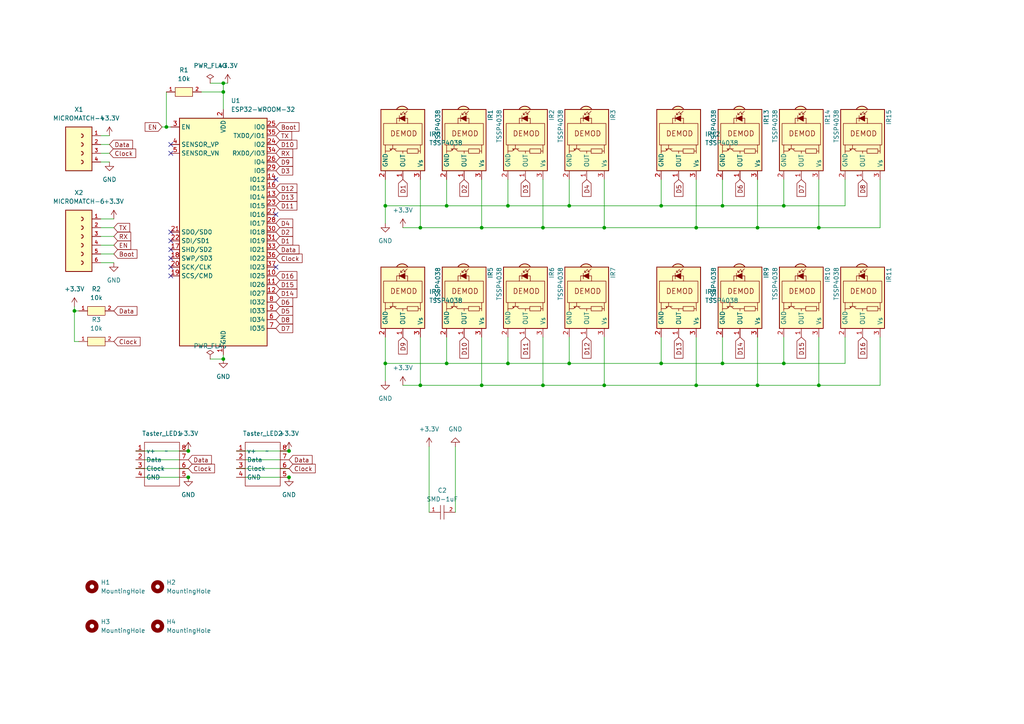
<source format=kicad_sch>
(kicad_sch (version 20230121) (generator eeschema)
  (paper "A4")
  (lib_symbols
    (symbol "Bohlebots:+3.3V" (power) (pin_names (offset 0))
      (property "Value" "+3.3V" (at 0 3.556 0))
      (symbol "+3.3V_0_1"
        (polyline (pts (xy -0.762 1.27) (xy 0 2.54)))
        (polyline (pts (xy 0 0) (xy 0 2.54)))
        (polyline (pts (xy 0 2.54) (xy 0.762 1.27)))
      )
      (symbol "+3.3V_1_1"
        (pin power_in line (at 0 0 90) (length 0) hide (name "+3.3V") (number "1"))
      )
    )
    (symbol "Bohlebots:ESP32-WROOM-32_discontinued"
      (property "Reference" "U1" (at 1.9559 38.1 0))
      (property "Value" "ESP32-WROOM-32" (at 1.9559 35.56 0))
      (symbol "ESP32-WROOM-32_discontinued_0_1"
        (rectangle (start -12.7 33.02) (end 12.7 -33.02) (stroke (width 0.254)) (fill (type background)))
      )
      (symbol "ESP32-WROOM-32_discontinued_1_1"
        (pin power_in line (at 0 -35.56 90) (length 2.54) (name "GND") (number "1"))
        (pin bidirectional line (at 15.24 -12.7 180) (length 2.54) (name "IO25") (number "10"))
        (pin bidirectional line (at 15.24 -15.24 180) (length 2.54) (name "IO26") (number "11"))
        (pin bidirectional line (at 15.24 -17.78 180) (length 2.54) (name "IO27") (number "12"))
        (pin bidirectional line (at 15.24 10.16 180) (length 2.54) (name "IO14") (number "13"))
        (pin bidirectional line (at 15.24 15.24 180) (length 2.54) (name "IO12") (number "14"))
        (pin passive line (at 0 -35.56 90) (length 2.54) hide (name "GND") (number "15"))
        (pin bidirectional line (at 15.24 12.7 180) (length 2.54) (name "IO13") (number "16"))
        (pin bidirectional line (at -15.24 -5.08 0) (length 2.54) (name "SHD/SD2") (number "17"))
        (pin bidirectional line (at -15.24 -7.62 0) (length 2.54) (name "SWP/SD3") (number "18"))
        (pin bidirectional line (at -15.24 -12.7 0) (length 2.54) (name "SCS/CMD") (number "19"))
        (pin power_in line (at 0 35.56 270) (length 2.54) (name "VDD") (number "2"))
        (pin bidirectional line (at -15.24 -10.16 0) (length 2.54) (name "SCK/CLK") (number "20"))
        (pin bidirectional line (at -15.24 0 0) (length 2.54) (name "SDO/SD0") (number "21"))
        (pin bidirectional line (at -15.24 -2.54 0) (length 2.54) (name "SDI/SD1") (number "22"))
        (pin bidirectional line (at 15.24 7.62 180) (length 2.54) (name "IO15") (number "23"))
        (pin bidirectional line (at 15.24 25.4 180) (length 2.54) (name "IO2") (number "24"))
        (pin bidirectional line (at 15.24 30.48 180) (length 2.54) (name "IO0") (number "25"))
        (pin bidirectional line (at 15.24 20.32 180) (length 2.54) (name "IO4") (number "26"))
        (pin bidirectional line (at 15.24 5.08 180) (length 2.54) (name "IO16") (number "27"))
        (pin bidirectional line (at 15.24 2.54 180) (length 2.54) (name "IO17") (number "28"))
        (pin bidirectional line (at 15.24 17.78 180) (length 2.54) (name "IO5") (number "29"))
        (pin input line (at -15.24 30.48 0) (length 2.54) (name "EN") (number "3"))
        (pin bidirectional line (at 15.24 0 180) (length 2.54) (name "IO18") (number "30"))
        (pin bidirectional line (at 15.24 -2.54 180) (length 2.54) (name "IO19") (number "31"))
        (pin no_connect line (at -12.7 -27.94 0) (length 2.54) hide (name "NC") (number "32"))
        (pin bidirectional line (at 15.24 -5.08 180) (length 2.54) (name "IO21") (number "33"))
        (pin bidirectional line (at 15.24 22.86 180) (length 2.54) (name "RXD0/IO3") (number "34"))
        (pin bidirectional line (at 15.24 27.94 180) (length 2.54) (name "TXD0/IO1") (number "35"))
        (pin bidirectional line (at 15.24 -7.62 180) (length 2.54) (name "IO22") (number "36"))
        (pin bidirectional line (at 15.24 -10.16 180) (length 2.54) (name "IO23") (number "37"))
        (pin passive line (at 0 -35.56 90) (length 2.54) hide (name "GND") (number "38"))
        (pin passive line (at 0 -35.56 90) (length 2.54) hide (name "GND") (number "39"))
        (pin input line (at -15.24 25.4 0) (length 2.54) (name "SENSOR_VP") (number "4"))
        (pin input line (at -15.24 22.86 0) (length 2.54) (name "SENSOR_VN") (number "5"))
        (pin input line (at 15.24 -25.4 180) (length 2.54) (name "IO34") (number "6"))
        (pin input line (at 15.24 -27.94 180) (length 2.54) (name "IO35") (number "7"))
        (pin bidirectional line (at 15.24 -20.32 180) (length 2.54) (name "IO32") (number "8"))
        (pin bidirectional line (at 15.24 -22.86 180) (length 2.54) (name "IO33") (number "9"))
      )
    )
    (symbol "Bohlebots:GND" (power) (pin_names (offset 0))
      (property "Value" "GND" (at 0 -3.81 0))
      (symbol "GND_0_1"
        (polyline (pts (xy 0 0) (xy 0 -1.27) (xy 1.27 -1.27) (xy 0 -2.54) (xy -1.27 -1.27) (xy 0 -1.27)))
      )
      (symbol "GND_1_1"
        (pin power_in line (at 0 0 270) (length 0) hide (name "GND") (number "1"))
      )
    )
    (symbol "Bohlebots:MICROMATCH-4" (pin_names (offset 1.016))
      (property "Reference" "X1" (at -1.27 7.62 0))
      (property "Value" "MICROMATCH-4" (at -1.27 5.08 0))
      (symbol "MICROMATCH-4_0_0"
        (rectangle (start -5.08 -10.16) (end 2.54 2.54) (stroke (width 0.254)) (fill (type background)))
        (arc (start -0.508 -8.128) (mid -0.0022 -7.62) (end -0.508 -7.112) (stroke (width 0.254)))
        (arc (start -0.508 -5.588) (mid -0.0022 -5.08) (end -0.508 -4.572) (stroke (width 0.254)))
        (arc (start -0.508 -3.048) (mid -0.0022 -2.54) (end -0.508 -2.032) (stroke (width 0.254)))
        (arc (start -0.508 -0.508) (mid -0.0022 0) (end -0.508 0.508) (stroke (width 0.254)))
        (pin bidirectional line (at 5.08 -2.54 180) (length 2.54) (name "~") (number "2"))
        (pin bidirectional line (at 5.08 -5.08 180) (length 2.54) (name "~") (number "3"))
      )
      (symbol "MICROMATCH-4_1_0"
        (pin unspecified line (at 5.08 0 180) (length 2.54) (name "~") (number "1"))
        (pin unspecified line (at 5.08 -7.62 180) (length 2.54) (name "~") (number "4"))
      )
    )
    (symbol "Bohlebots:MICROMATCH-6" (pin_names (offset 1.016))
      (property "Reference" "X2" (at -1.27 10.16 0))
      (property "Value" "MICROMATCH-6" (at -1.27 7.62 0))
      (symbol "MICROMATCH-6_0_0"
        (rectangle (start -5.08 -12.7) (end 2.54 5.08) (stroke (width 0.254)) (fill (type background)))
        (arc (start -0.508 -10.668) (mid -0.0022 -10.16) (end -0.508 -9.652) (stroke (width 0.254)))
        (arc (start -0.508 -8.128) (mid -0.0022 -7.62) (end -0.508 -7.112) (stroke (width 0.254)))
        (arc (start -0.508 -5.588) (mid -0.0022 -5.08) (end -0.508 -4.572) (stroke (width 0.254)))
        (arc (start -0.508 -3.048) (mid -0.0022 -2.54) (end -0.508 -2.032) (stroke (width 0.254)))
        (arc (start -0.508 -0.508) (mid -0.0022 0) (end -0.508 0.508) (stroke (width 0.254)))
        (arc (start -0.508 2.032) (mid -0.0022 2.54) (end -0.508 3.048) (stroke (width 0.254)))
        (pin bidirectional line (at 5.08 0 180) (length 2.54) (name "~") (number "2"))
        (pin bidirectional line (at 5.08 -2.54 180) (length 2.54) (name "~") (number "3"))
        (pin bidirectional line (at 5.08 -5.08 180) (length 2.54) (name "~") (number "4"))
        (pin bidirectional line (at 5.08 -7.62 180) (length 2.54) (name "~") (number "5"))
      )
      (symbol "MICROMATCH-6_1_0"
        (pin unspecified line (at 5.08 2.54 180) (length 2.54) (name "~") (number "1"))
        (pin unspecified line (at 5.08 -10.16 180) (length 2.54) (name "~") (number "6"))
      )
    )
    (symbol "Bohlebots:MountingHole" (pin_names (offset 1.016))
      (property "Reference" "H" (at 0 5.08 0))
      (property "Value" "MountingHole" (at 0 3.175 0))
      (symbol "MountingHole_0_1"
        (circle (center 0 0) (radius 1.27) (stroke (width 1.27)))
      )
    )
    (symbol "Bohlebots:PWR_FLAG" (power) (pin_numbers hide) (pin_names (offset 0) hide)
      (property "Value" "PWR_FLAG" (at 0 3.81 0))
      (symbol "PWR_FLAG_0_0"
        (pin power_out line (at 0 0 90) (length 0) (name "pwr") (number "1"))
      )
      (symbol "PWR_FLAG_0_1"
        (polyline (pts (xy 0 0) (xy 0 1.27) (xy -1.016 1.905) (xy 0 2.54) (xy 1.016 1.905) (xy 0 1.27)))
      )
    )
    (symbol "Bohlebots:SMD-10K" (pin_names hide)
      (property "Reference" "R" (at 0 1.27 0))
      (property "Value" "SMD-10K" (at 0 -2.54 0))
      (symbol "SMD-10K_0_1"
        (rectangle (start -2.54 1.27) (end 2.54 -1.27) (fill (type background)))
        (pin unspecified line (at -5.08 0 0) (length 2.54) (name "1") (number "1"))
        (pin unspecified line (at 5.08 0 180) (length 2.54) (name "2") (number "2"))
      )
    )
    (symbol "Bohlebots:SMD-1uF" (pin_names hide)
      (property "Reference" "C" (at 0 1.27 0))
      (property "Value" "SMD-1uF" (at 0 -2.54 0))
      (symbol "SMD-1uF_0_1"
        (polyline (pts (xy -1.27 0) (xy -0.508 0)))
        (polyline (pts (xy -0.508 2.032) (xy -0.508 -2.032)))
        (polyline (pts (xy 0.508 0) (xy 1.27 0)))
        (polyline (pts (xy 0.508 2.032) (xy 0.508 -2.032)))
      )
      (symbol "SMD-1uF_1_1"
        (pin unspecified line (at -3.81 0 0) (length 2.54) (name "1") (number "1"))
        (pin unspecified line (at 3.81 0 180) (length 2.54) (name "2") (number "2"))
      )
    )
    (symbol "Bohlebots:TSSP4038" (pin_names (offset 1.016))
      (property "Reference" "IR0" (at -3.005 7.62 90))
      (property "Value" "TSSP4038" (at -0.465 7.62 90))
      (symbol "TSSP4038_0_0"
        (arc (start -10.287 1.397) (mid -11.0899 -0.1852) (end -10.287 -1.778) (stroke (width 0.254)) (fill (type background)))
        (polyline (pts (xy 1.905 -5.08) (xy 0.127 -5.08)))
        (polyline (pts (xy 1.905 5.08) (xy 0.127 5.08)))
        (text "DEMOD" (at -3.175 0.254 900) (effects (font (size 1.524 1.524))))
      )
      (symbol "TSSP4038_0_1"
        (rectangle (start -10.16 6.35) (end 7.62 -6.35) (stroke (width 0.254)) (fill (type background)))
        (rectangle (start -6.096 5.588) (end 0.127 -5.588))
        (polyline (pts (xy -8.763 0.381) (xy -9.652 1.27)))
        (polyline (pts (xy -8.763 0.381) (xy -9.271 0.381)))
        (polyline (pts (xy -8.763 0.381) (xy -8.763 0.889)))
        (polyline (pts (xy -8.636 -0.635) (xy -9.525 0.254)))
        (polyline (pts (xy -8.636 -0.635) (xy -9.144 -0.635)))
        (polyline (pts (xy -8.636 -0.635) (xy -8.636 -0.127)))
        (polyline (pts (xy -8.382 -1.016) (xy -6.731 -1.016)))
        (polyline (pts (xy 1.27 -2.921) (xy 0.127 -2.921)))
        (polyline (pts (xy 1.27 -1.905) (xy 1.27 -3.81)))
        (polyline (pts (xy 1.397 -3.556) (xy 1.524 -3.556)))
        (polyline (pts (xy 1.651 -3.556) (xy 1.524 -3.556)))
        (polyline (pts (xy 1.651 -3.556) (xy 1.651 -3.302)))
        (polyline (pts (xy 1.905 0) (xy 1.905 1.27)))
        (polyline (pts (xy 1.905 4.445) (xy 1.905 5.08) (xy 2.54 5.08)))
        (polyline (pts (xy -8.382 0.635) (xy -6.731 0.635) (xy -7.62 -1.016) (xy -8.382 0.635)) (fill (type outline)))
        (polyline (pts (xy -6.096 1.397) (xy -7.62 1.397) (xy -7.62 -1.778) (xy -6.096 -1.778)))
        (polyline (pts (xy 1.27 -3.175) (xy 1.905 -3.81) (xy 1.905 -5.08) (xy 2.54 -5.08)))
        (polyline (pts (xy 1.27 -2.54) (xy 1.905 -1.905) (xy 1.905 0) (xy 2.54 0)))
        (rectangle (start 2.54 1.27) (end 1.27 4.445))
      )
      (symbol "TSSP4038_1_1"
        (pin output line (at 10.16 0 180) (length 2.54) (name "OUT") (number "1"))
        (pin power_in line (at 10.16 -5.08 180) (length 2.54) (name "GND") (number "2"))
        (pin power_in line (at 10.16 5.08 180) (length 2.54) (name "Vs") (number "3"))
      )
    )
    (symbol "Bohlebots:Taster_Led"
      (property "Reference" "Taster_LED2" (at -1.27 5.08 0))
      (property "Value" "~" (at 0 0 0))
      (symbol "Taster_Led_0_1"
        (rectangle (start -6.35 2.54) (end 3.81 -10.16))
      )
      (symbol "Taster_Led_1_1"
        (pin power_in line (at -8.89 0 0) (length 2.54) (name "v+") (number "1"))
        (pin input line (at -8.89 -2.54 0) (length 2.54) (name "Data") (number "2"))
        (pin input line (at -8.89 -5.08 0) (length 2.54) (name "Clock") (number "3"))
        (pin power_in line (at -8.89 -7.62 0) (length 2.54) (name "GND") (number "4"))
        (pin power_in line (at 6.35 -7.62 180) (length 2.54) (name "") (number "5"))
        (pin input line (at 6.35 -5.08 180) (length 2.54) (name "") (number "6"))
        (pin input line (at 6.35 -2.54 180) (length 2.54) (name "") (number "7"))
        (pin power_in line (at 6.35 0 180) (length 2.54) (name "") (number "8"))
      )
    )
  )
  (junction (at 139.7 66.04))
  (junction (at 64.77 26.67))
  (junction (at 237.49 111.76))
  (junction (at 157.48 66.04))
  (junction (at 147.32 59.69))
  (junction (at 111.76 105.41))
  (junction (at 121.92 111.76))
  (junction (at 227.33 59.69))
  (junction (at 237.49 66.04))
  (junction (at 209.55 59.69))
  (junction (at 129.54 105.41))
  (junction (at 165.1 105.41))
  (junction (at 175.26 66.04))
  (junction (at 157.48 111.76))
  (junction (at 165.1 59.69))
  (junction (at 129.54 59.69))
  (junction (at 111.76 59.69))
  (junction (at 201.93 111.76))
  (junction (at 48.26 36.83))
  (junction (at 209.55 105.41))
  (junction (at 139.7 111.76))
  (junction (at 83.82 138.43))
  (junction (at 147.32 105.41))
  (junction (at 64.77 24.13))
  (junction (at 191.77 105.41))
  (junction (at 175.26 111.76))
  (junction (at 21.59 90.17))
  (junction (at 227.33 105.41))
  (junction (at 83.82 130.81))
  (junction (at 64.77 104.14))
  (junction (at 201.93 66.04))
  (junction (at 121.92 66.04))
  (junction (at 54.61 138.43))
  (junction (at 219.71 111.76))
  (junction (at 54.61 130.81))
  (junction (at 219.71 66.04))
  (junction (at 191.77 59.69))
  (no_connect (at 49.53 72.39))
  (no_connect (at 49.53 69.85))
  (no_connect (at 49.53 77.47))
  (no_connect (at 80.01 62.23))
  (no_connect (at 49.53 41.91))
  (no_connect (at 80.01 52.07))
  (no_connect (at 49.53 44.45))
  (no_connect (at 49.53 80.01))
  (no_connect (at 49.53 74.93))
  (no_connect (at 49.53 67.31))
  (no_connect (at 80.01 77.47))
  (wire (pts (xy 64.77 102.87) (xy 64.77 104.14)))
  (wire (pts (xy 139.7 111.76) (xy 157.48 111.76)))
  (wire (pts (xy 64.77 26.67) (xy 64.77 31.75)))
  (wire (pts (xy 175.26 52.07) (xy 175.26 66.04)))
  (wire (pts (xy 48.26 26.67) (xy 48.26 36.83)))
  (wire (pts (xy 157.48 52.07) (xy 157.48 66.04)))
  (wire (pts (xy 201.93 66.04) (xy 219.71 66.04)))
  (wire (pts (xy 64.77 24.13) (xy 64.77 26.67)))
  (wire (pts (xy 191.77 59.69) (xy 209.55 59.69)))
  (wire (pts (xy 29.21 66.04) (xy 33.02 66.04)))
  (wire (pts (xy 219.71 66.04) (xy 237.49 66.04)))
  (wire (pts (xy 129.54 97.79) (xy 129.54 105.41)))
  (wire (pts (xy 255.27 111.76) (xy 255.27 97.79)))
  (wire (pts (xy 157.48 66.04) (xy 175.26 66.04)))
  (wire (pts (xy 68.58 138.43) (xy 83.82 138.43)))
  (wire (pts (xy 165.1 97.79) (xy 165.1 105.41)))
  (wire (pts (xy 39.37 130.81) (xy 54.61 130.81)))
  (wire (pts (xy 227.33 97.79) (xy 227.33 105.41)))
  (wire (pts (xy 175.26 97.79) (xy 175.26 111.76)))
  (wire (pts (xy 21.59 88.9) (xy 21.59 90.17)))
  (wire (pts (xy 157.48 97.79) (xy 157.48 111.76)))
  (wire (pts (xy 29.21 44.45) (xy 31.75 44.45)))
  (wire (pts (xy 121.92 111.76) (xy 139.7 111.76)))
  (wire (pts (xy 201.93 97.79) (xy 201.93 111.76)))
  (wire (pts (xy 209.55 59.69) (xy 227.33 59.69)))
  (wire (pts (xy 237.49 111.76) (xy 255.27 111.76)))
  (wire (pts (xy 129.54 105.41) (xy 147.32 105.41)))
  (wire (pts (xy 60.96 24.13) (xy 64.77 24.13)))
  (wire (pts (xy 147.32 52.07) (xy 147.32 59.69)))
  (wire (pts (xy 237.49 66.04) (xy 255.27 66.04)))
  (wire (pts (xy 147.32 59.69) (xy 165.1 59.69)))
  (wire (pts (xy 29.21 71.12) (xy 33.02 71.12)))
  (wire (pts (xy 237.49 97.79) (xy 237.49 111.76)))
  (wire (pts (xy 165.1 59.69) (xy 191.77 59.69)))
  (wire (pts (xy 111.76 105.41) (xy 129.54 105.41)))
  (wire (pts (xy 121.92 97.79) (xy 121.92 111.76)))
  (wire (pts (xy 129.54 59.69) (xy 147.32 59.69)))
  (wire (pts (xy 39.37 133.35) (xy 54.61 133.35)))
  (wire (pts (xy 139.7 66.04) (xy 157.48 66.04)))
  (wire (pts (xy 58.42 26.67) (xy 64.77 26.67)))
  (wire (pts (xy 191.77 105.41) (xy 209.55 105.41)))
  (wire (pts (xy 116.84 66.04) (xy 121.92 66.04)))
  (wire (pts (xy 175.26 111.76) (xy 201.93 111.76)))
  (wire (pts (xy 219.71 97.79) (xy 219.71 111.76)))
  (wire (pts (xy 66.04 24.13) (xy 64.77 24.13)))
  (wire (pts (xy 111.76 52.07) (xy 111.76 59.69)))
  (wire (pts (xy 147.32 97.79) (xy 147.32 105.41)))
  (wire (pts (xy 29.21 73.66) (xy 33.02 73.66)))
  (wire (pts (xy 175.26 66.04) (xy 201.93 66.04)))
  (wire (pts (xy 245.11 97.79) (xy 245.11 105.41)))
  (wire (pts (xy 227.33 105.41) (xy 245.11 105.41)))
  (wire (pts (xy 29.21 68.58) (xy 33.02 68.58)))
  (wire (pts (xy 209.55 97.79) (xy 209.55 105.41)))
  (wire (pts (xy 227.33 52.07) (xy 227.33 59.69)))
  (wire (pts (xy 209.55 52.07) (xy 209.55 59.69)))
  (wire (pts (xy 46.99 36.83) (xy 48.26 36.83)))
  (wire (pts (xy 48.26 36.83) (xy 49.53 36.83)))
  (wire (pts (xy 219.71 52.07) (xy 219.71 66.04)))
  (wire (pts (xy 111.76 105.41) (xy 111.76 110.49)))
  (wire (pts (xy 209.55 105.41) (xy 227.33 105.41)))
  (wire (pts (xy 219.71 111.76) (xy 237.49 111.76)))
  (wire (pts (xy 121.92 52.07) (xy 121.92 66.04)))
  (wire (pts (xy 165.1 105.41) (xy 191.77 105.41)))
  (wire (pts (xy 68.58 130.81) (xy 83.82 130.81)))
  (wire (pts (xy 68.58 133.35) (xy 83.82 133.35)))
  (wire (pts (xy 29.21 46.99) (xy 31.75 46.99)))
  (wire (pts (xy 129.54 52.07) (xy 129.54 59.69)))
  (wire (pts (xy 191.77 97.79) (xy 191.77 105.41)))
  (wire (pts (xy 227.33 59.69) (xy 245.11 59.69)))
  (wire (pts (xy 116.84 111.76) (xy 121.92 111.76)))
  (wire (pts (xy 201.93 52.07) (xy 201.93 66.04)))
  (wire (pts (xy 124.46 129.54) (xy 124.46 148.59)))
  (wire (pts (xy 139.7 52.07) (xy 139.7 66.04)))
  (wire (pts (xy 29.21 39.37) (xy 31.75 39.37)))
  (wire (pts (xy 132.08 129.54) (xy 132.08 148.59)))
  (wire (pts (xy 111.76 59.69) (xy 111.76 64.77)))
  (wire (pts (xy 111.76 59.69) (xy 129.54 59.69)))
  (wire (pts (xy 29.21 63.5) (xy 33.02 63.5)))
  (wire (pts (xy 147.32 105.41) (xy 165.1 105.41)))
  (wire (pts (xy 245.11 52.07) (xy 245.11 59.69)))
  (wire (pts (xy 68.58 135.89) (xy 83.82 135.89)))
  (wire (pts (xy 157.48 111.76) (xy 175.26 111.76)))
  (wire (pts (xy 60.96 104.14) (xy 64.77 104.14)))
  (wire (pts (xy 165.1 52.07) (xy 165.1 59.69)))
  (wire (pts (xy 255.27 66.04) (xy 255.27 52.07)))
  (wire (pts (xy 121.92 66.04) (xy 139.7 66.04)))
  (wire (pts (xy 111.76 97.79) (xy 111.76 105.41)))
  (wire (pts (xy 237.49 52.07) (xy 237.49 66.04)))
  (wire (pts (xy 29.21 76.2) (xy 33.02 76.2)))
  (wire (pts (xy 21.59 99.06) (xy 21.59 90.17)))
  (wire (pts (xy 39.37 138.43) (xy 54.61 138.43)))
  (wire (pts (xy 39.37 135.89) (xy 54.61 135.89)))
  (wire (pts (xy 21.59 90.17) (xy 22.86 90.17)))
  (wire (pts (xy 191.77 52.07) (xy 191.77 59.69)))
  (wire (pts (xy 201.93 111.76) (xy 219.71 111.76)))
  (wire (pts (xy 22.86 99.06) (xy 21.59 99.06)))
  (wire (pts (xy 139.7 97.79) (xy 139.7 111.76)))
  (wire (pts (xy 29.21 41.91) (xy 31.75 41.91)))
  (global_label "D10" (shape input) (at 80.01 41.91 0) (property "Intersheetrefs" "${INTERSHEET_REFS}" (effects hide)))
  (global_label "TX" (shape input) (at 80.01 39.37 0) (property "Intersheetrefs" "${INTERSHEET_REFS}" (effects hide)))
  (global_label "D10" (shape input) (at 134.62 97.79 270) (property "Intersheetrefs" "${INTERSHEET_REFS}" (effects hide)))
  (global_label "D6" (shape input) (at 214.63 52.07 270) (property "Intersheetrefs" "${INTERSHEET_REFS}" (effects hide)))
  (global_label "D11" (shape input) (at 80.01 59.69 0) (property "Intersheetrefs" "${INTERSHEET_REFS}" (effects hide)))
  (global_label "Clock" (shape input) (at 54.61 135.89 0) (property "Intersheetrefs" "${INTERSHEET_REFS}" (effects hide)))
  (global_label "TX" (shape input) (at 33.02 66.04 0) (property "Intersheetrefs" "${INTERSHEET_REFS}" (effects hide)))
  (global_label "D1" (shape input) (at 116.84 52.07 270) (property "Intersheetrefs" "${INTERSHEET_REFS}" (effects hide)))
  (global_label "Data" (shape input) (at 80.01 72.39 0) (property "Intersheetrefs" "${INTERSHEET_REFS}" (effects hide)))
  (global_label "D8" (shape input) (at 80.01 92.71 0) (property "Intersheetrefs" "${INTERSHEET_REFS}" (effects hide)))
  (global_label "D13" (shape input) (at 80.01 57.15 0) (property "Intersheetrefs" "${INTERSHEET_REFS}" (effects hide)))
  (global_label "D16" (shape input) (at 80.01 80.01 0) (property "Intersheetrefs" "${INTERSHEET_REFS}" (effects hide)))
  (global_label "D12" (shape input) (at 170.18 97.79 270) (property "Intersheetrefs" "${INTERSHEET_REFS}" (effects hide)))
  (global_label "Clock" (shape input) (at 33.02 99.06 0) (property "Intersheetrefs" "${INTERSHEET_REFS}" (effects hide)))
  (global_label "D3" (shape input) (at 152.4 52.07 270) (property "Intersheetrefs" "${INTERSHEET_REFS}" (effects hide)))
  (global_label "D14" (shape input) (at 80.01 85.09 0) (property "Intersheetrefs" "${INTERSHEET_REFS}" (effects hide)))
  (global_label "Boot" (shape input) (at 33.02 73.66 0) (property "Intersheetrefs" "${INTERSHEET_REFS}" (effects hide)))
  (global_label "Boot" (shape input) (at 80.01 36.83 0) (property "Intersheetrefs" "${INTERSHEET_REFS}" (effects hide)))
  (global_label "EN" (shape input) (at 33.02 71.12 0) (property "Intersheetrefs" "${INTERSHEET_REFS}" (effects hide)))
  (global_label "D6" (shape input) (at 80.01 87.63 0) (property "Intersheetrefs" "${INTERSHEET_REFS}" (effects hide)))
  (global_label "D11" (shape input) (at 152.4 97.79 270) (property "Intersheetrefs" "${INTERSHEET_REFS}" (effects hide)))
  (global_label "Clock" (shape input) (at 80.01 74.93 0) (property "Intersheetrefs" "${INTERSHEET_REFS}" (effects hide)))
  (global_label "EN" (shape input) (at 46.99 36.83 180) (property "Intersheetrefs" "${INTERSHEET_REFS}" (effects hide)))
  (global_label "D8" (shape input) (at 250.19 52.07 270) (property "Intersheetrefs" "${INTERSHEET_REFS}" (effects hide)))
  (global_label "Clock" (shape input) (at 83.82 135.89 0) (property "Intersheetrefs" "${INTERSHEET_REFS}" (effects hide)))
  (global_label "D9" (shape input) (at 80.01 46.99 0) (property "Intersheetrefs" "${INTERSHEET_REFS}" (effects hide)))
  (global_label "RX" (shape input) (at 80.01 44.45 0) (property "Intersheetrefs" "${INTERSHEET_REFS}" (effects hide)))
  (global_label "Clock" (shape input) (at 31.75 44.45 0) (property "Intersheetrefs" "${INTERSHEET_REFS}" (effects hide)))
  (global_label "D7" (shape input) (at 80.01 95.25 0) (property "Intersheetrefs" "${INTERSHEET_REFS}" (effects hide)))
  (global_label "D5" (shape input) (at 196.85 52.07 270) (property "Intersheetrefs" "${INTERSHEET_REFS}" (effects hide)))
  (global_label "Data" (shape input) (at 54.61 133.35 0) (property "Intersheetrefs" "${INTERSHEET_REFS}" (effects hide)))
  (global_label "D2" (shape input) (at 134.62 52.07 270) (property "Intersheetrefs" "${INTERSHEET_REFS}" (effects hide)))
  (global_label "D3" (shape input) (at 80.01 49.53 0) (property "Intersheetrefs" "${INTERSHEET_REFS}" (effects hide)))
  (global_label "D15" (shape input) (at 80.01 82.55 0) (property "Intersheetrefs" "${INTERSHEET_REFS}" (effects hide)))
  (global_label "D4" (shape input) (at 170.18 52.07 270) (property "Intersheetrefs" "${INTERSHEET_REFS}" (effects hide)))
  (global_label "D12" (shape input) (at 80.01 54.61 0) (property "Intersheetrefs" "${INTERSHEET_REFS}" (effects hide)))
  (global_label "D13" (shape input) (at 196.85 97.79 270) (property "Intersheetrefs" "${INTERSHEET_REFS}" (effects hide)))
  (global_label "D1" (shape input) (at 80.01 69.85 0) (property "Intersheetrefs" "${INTERSHEET_REFS}" (effects hide)))
  (global_label "D2" (shape input) (at 80.01 67.31 0) (property "Intersheetrefs" "${INTERSHEET_REFS}" (effects hide)))
  (global_label "D7" (shape input) (at 232.41 52.07 270) (property "Intersheetrefs" "${INTERSHEET_REFS}" (effects hide)))
  (global_label "Data" (shape input) (at 33.02 90.17 0) (property "Intersheetrefs" "${INTERSHEET_REFS}" (effects hide)))
  (global_label "D14" (shape input) (at 214.63 97.79 270) (property "Intersheetrefs" "${INTERSHEET_REFS}" (effects hide)))
  (global_label "Data" (shape input) (at 83.82 133.35 0) (property "Intersheetrefs" "${INTERSHEET_REFS}" (effects hide)))
  (global_label "D4" (shape input) (at 80.01 64.77 0) (property "Intersheetrefs" "${INTERSHEET_REFS}" (effects hide)))
  (global_label "D5" (shape input) (at 80.01 90.17 0) (property "Intersheetrefs" "${INTERSHEET_REFS}" (effects hide)))
  (global_label "D16" (shape input) (at 250.19 97.79 270) (property "Intersheetrefs" "${INTERSHEET_REFS}" (effects hide)))
  (global_label "D9" (shape input) (at 116.84 97.79 270) (property "Intersheetrefs" "${INTERSHEET_REFS}" (effects hide)))
  (global_label "D15" (shape input) (at 232.41 97.79 270) (property "Intersheetrefs" "${INTERSHEET_REFS}" (effects hide)))
  (global_label "RX" (shape input) (at 33.02 68.58 0) (property "Intersheetrefs" "${INTERSHEET_REFS}" (effects hide)))
  (global_label "Data" (shape input) (at 31.75 41.91 0) (property "Intersheetrefs" "${INTERSHEET_REFS}" (effects hide)))
  (symbol (lib_id "Bohlebots:GND") (at 83.82 138.43 0) (unit 1)
    (property "Reference" "#PWR014" (effects hide))
    (property "Value" "GND" (at 83.82 143.51 0))
  )
  (symbol (lib_id "Bohlebots:GND") (at 31.75 46.99 0) (unit 1)
    (property "Reference" "#PWR09" (effects hide))
    (property "Value" "GND" (at 31.75 52.07 0))
  )
  (symbol (lib_id "Bohlebots:TSSP4038") (at 152.4 41.91 270) (unit 1)
    (property "Reference" "IR2" (at 160.02 31.75 0) (effects (justify left)))
    (property "Value" "TSSP4038" (at 144.78 31.75 0) (effects (justify left)))
    (property "Footprint" "BohleBots:SENSOR-TH_TSSP40X_verschoben" (effects hide))
    (property "Datasheet" "http://www.vishay.com/docs/82476/tssp58p38.pdf" (effects hide))
    (property "LCSC Part #" "C143753" (effects hide))
  )
  (symbol (lib_id "Bohlebots:+3.3V") (at 33.02 63.5 0) (unit 1)
    (property "Reference" "#PWR08" (effects hide))
    (property "Value" "+3.3V" (at 33.02 58.42 0))
  )
  (symbol (lib_id "Bohlebots:TSSP4038") (at 170.18 87.63 270) (unit 1)
    (property "Reference" "IR7" (at 177.8 77.47 0) (effects (justify left)))
    (property "Value" "TSSP4038" (at 162.56 77.47 0) (effects (justify left)))
    (property "Footprint" "BohleBots:SENSOR-TH_TSSP40X_verschoben" (effects hide))
    (property "Datasheet" "http://www.vishay.com/docs/82476/tssp58p38.pdf" (effects hide))
    (property "LCSC Part #" "C143753" (effects hide))
  )
  (symbol (lib_id "Bohlebots:TSSP4038") (at 116.84 41.91 270) (unit 1)
    (property "Reference" "IR0" (at 124.46 38.905 90) (effects (justify left)))
    (property "Value" "TSSP4038" (at 124.46 41.445 90) (effects (justify left)))
    (property "Footprint" "BohleBots:SENSOR-TH_TSSP40X_verschoben" (effects hide))
    (property "Datasheet" "http://www.vishay.com/docs/82476/tssp58p38.pdf" (effects hide))
    (property "LCSC Part #" "C143753" (effects hide))
  )
  (symbol (lib_id "Bohlebots:SMD-10K") (at 27.94 90.17 0) (unit 1)
    (property "Reference" "R2" (at 27.94 83.82 0))
    (property "Value" "10k" (at 27.94 86.36 0))
    (property "Footprint" "BohleBots:R0603" (effects hide))
    (property "LCSC" "C465463" (effects hide))
  )
  (symbol (lib_id "Bohlebots:TSSP4038") (at 170.18 41.91 270) (unit 1)
    (property "Reference" "IR3" (at 177.8 31.75 0) (effects (justify left)))
    (property "Value" "TSSP4038" (at 162.56 31.75 0) (effects (justify left)))
    (property "Footprint" "BohleBots:SENSOR-TH_TSSP40X_verschoben" (effects hide))
    (property "Datasheet" "http://www.vishay.com/docs/82476/tssp58p38.pdf" (effects hide))
    (property "LCSC Part #" "C143753" (effects hide))
  )
  (symbol (lib_id "Bohlebots:TSSP4038") (at 232.41 41.91 270) (unit 1)
    (property "Reference" "IR14" (at 240.03 31.75 0) (effects (justify left)))
    (property "Value" "TSSP4038" (at 224.79 31.75 0) (effects (justify left)))
    (property "Footprint" "BohleBots:SENSOR-TH_TSSP40X_verschoben" (effects hide))
    (property "Datasheet" "http://www.vishay.com/docs/82476/tssp58p38.pdf" (effects hide))
    (property "LCSC Part #" "C143753" (effects hide))
  )
  (symbol (lib_id "Bohlebots:+3.3V") (at 31.75 39.37 0) (unit 1)
    (property "Reference" "#PWR07" (effects hide))
    (property "Value" "+3.3V" (at 31.75 34.29 0))
  )
  (symbol (lib_id "Bohlebots:GND") (at 111.76 64.77 0) (unit 1)
    (property "Reference" "#PWR01" (effects hide))
    (property "Value" "GND" (at 111.76 69.85 0))
  )
  (symbol (lib_id "Bohlebots:TSSP4038") (at 134.62 41.91 270) (unit 1)
    (property "Reference" "IR1" (at 142.24 31.75 0) (effects (justify left)))
    (property "Value" "TSSP4038" (at 127 31.75 0) (effects (justify left)))
    (property "Footprint" "BohleBots:SENSOR-TH_TSSP40X_verschoben" (effects hide))
    (property "Datasheet" "http://www.vishay.com/docs/82476/tssp58p38.pdf" (effects hide))
    (property "LCSC Part #" "C143753" (effects hide))
  )
  (symbol (lib_id "Bohlebots:TSSP4038") (at 196.85 87.63 270) (unit 1)
    (property "Reference" "IR8" (at 204.47 84.625 90) (effects (justify left)))
    (property "Value" "TSSP4038" (at 204.47 87.165 90) (effects (justify left)))
    (property "Footprint" "BohleBots:SENSOR-TH_TSSP40X_verschoben" (effects hide))
    (property "Datasheet" "http://www.vishay.com/docs/82476/tssp58p38.pdf" (effects hide))
    (property "LCSC Part #" "C143753" (effects hide))
  )
  (symbol (lib_id "Bohlebots:SMD-10K") (at 53.34 26.67 0) (unit 1)
    (property "Reference" "R1" (at 53.34 20.32 0))
    (property "Value" "10k" (at 53.34 22.86 0))
    (property "Footprint" "BohleBots:R0603" (effects hide))
    (property "LCSC" "C465463" (effects hide))
  )
  (symbol (lib_id "Bohlebots:+3.3V") (at 124.46 129.54 0) (unit 1)
    (property "Reference" "#PWR016" (effects hide))
    (property "Value" "+3.3V" (at 124.46 124.46 0))
  )
  (symbol (lib_id "Bohlebots:SMD-10K") (at 27.94 99.06 0) (unit 1)
    (property "Reference" "R3" (at 27.94 92.71 0))
    (property "Value" "10k" (at 27.94 95.25 0))
    (property "Footprint" "BohleBots:R0603" (effects hide))
    (property "LCSC" "C465463" (effects hide))
  )
  (symbol (lib_id "Bohlebots:GND") (at 54.61 138.43 0) (unit 1)
    (property "Reference" "#PWR012" (effects hide))
    (property "Value" "GND" (at 54.61 143.51 0))
  )
  (symbol (lib_id "Bohlebots:TSSP4038") (at 250.19 41.91 270) (unit 1)
    (property "Reference" "IR15" (at 257.81 31.75 0) (effects (justify left)))
    (property "Value" "TSSP4038" (at 242.57 31.75 0) (effects (justify left)))
    (property "Footprint" "BohleBots:SENSOR-TH_TSSP40X_verschoben" (effects hide))
    (property "Datasheet" "http://www.vishay.com/docs/82476/tssp58p38.pdf" (effects hide))
    (property "LCSC Part #" "C143753" (effects hide))
  )
  (symbol (lib_id "Bohlebots:MountingHole") (at 45.72 170.18 0) (unit 1)
    (property "Reference" "H2" (at 48.26 168.91 0) (effects (justify left)))
    (property "Value" "MountingHole" (at 48.26 171.45 0) (effects (justify left)))
    (property "Footprint" "BohleBots:MountingHole_4.3mm_M4" (effects hide))
  )
  (symbol (lib_id "Bohlebots:TSSP4038") (at 250.19 87.63 270) (unit 1)
    (property "Reference" "IR11" (at 257.81 77.47 0) (effects (justify left)))
    (property "Value" "TSSP4038" (at 242.57 77.47 0) (effects (justify left)))
    (property "Footprint" "BohleBots:SENSOR-TH_TSSP40X_verschoben" (effects hide))
    (property "Datasheet" "http://www.vishay.com/docs/82476/tssp58p38.pdf" (effects hide))
    (property "LCSC Part #" "C143753" (effects hide))
  )
  (symbol (lib_id "Bohlebots:Taster_Led") (at 48.26 130.81 0) (unit 1)
    (property "Reference" "Taster_LED1" (at 46.99 125.73 0))
    (property "Value" "~" (at 48.26 130.81 0))
    (property "Footprint" "BohleBots:TASTER_LED" (effects hide))
  )
  (symbol (lib_id "Bohlebots:TSSP4038") (at 134.62 87.63 270) (unit 1)
    (property "Reference" "IR5" (at 142.24 77.47 0) (effects (justify left)))
    (property "Value" "TSSP4038" (at 127 77.47 0) (effects (justify left)))
    (property "Footprint" "BohleBots:SENSOR-TH_TSSP40X_verschoben" (effects hide))
    (property "Datasheet" "http://www.vishay.com/docs/82476/tssp58p38.pdf" (effects hide))
    (property "LCSC Part #" "C143753" (effects hide))
  )
  (symbol (lib_id "Bohlebots:MICROMATCH-6") (at 24.13 66.04 0) (unit 1)
    (property "Reference" "X2" (at 22.86 55.88 0))
    (property "Value" "MICROMATCH-6" (at 22.86 58.42 0))
    (property "Footprint" "BohleBots:MICROMATCH-6" (effects hide))
  )
  (symbol (lib_id "Bohlebots:PWR_FLAG") (at 60.96 104.14 0) (unit 1)
    (property "Reference" "#FLG0101" (effects hide))
    (property "Value" "PWR_FLAG" (at 60.96 100.33 0))
  )
  (symbol (lib_id "Bohlebots:TSSP4038") (at 232.41 87.63 270) (unit 1)
    (property "Reference" "IR10" (at 240.03 77.47 0) (effects (justify left)))
    (property "Value" "TSSP4038" (at 224.79 77.47 0) (effects (justify left)))
    (property "Footprint" "BohleBots:SENSOR-TH_TSSP40X_verschoben" (effects hide))
    (property "Datasheet" "http://www.vishay.com/docs/82476/tssp58p38.pdf" (effects hide))
    (property "LCSC Part #" "C143753" (effects hide))
  )
  (symbol (lib_id "Bohlebots:PWR_FLAG") (at 60.96 24.13 0) (unit 1)
    (property "Reference" "#FLG01" (effects hide))
    (property "Value" "PWR_FLAG" (at 60.96 19.05 0))
  )
  (symbol (lib_id "Bohlebots:GND") (at 111.76 110.49 0) (unit 1)
    (property "Reference" "#PWR03" (effects hide))
    (property "Value" "GND" (at 111.76 115.57 0))
  )
  (symbol (lib_id "Bohlebots:MountingHole") (at 45.72 181.61 0) (unit 1)
    (property "Reference" "H4" (at 48.26 180.34 0) (effects (justify left)))
    (property "Value" "MountingHole" (at 48.26 182.88 0) (effects (justify left)))
    (property "Footprint" "BohleBots:MountingHole_4.3mm_M4" (effects hide))
  )
  (symbol (lib_id "Bohlebots:GND") (at 64.77 104.14 0) (unit 1)
    (property "Reference" "#PWR05" (effects hide))
    (property "Value" "GND" (at 64.77 109.22 0))
  )
  (symbol (lib_id "Bohlebots:GND") (at 132.08 129.54 180) (unit 1)
    (property "Reference" "#PWR017" (effects hide))
    (property "Value" "GND" (at 132.08 124.46 0))
  )
  (symbol (lib_id "Bohlebots:Taster_Led") (at 77.47 130.81 0) (unit 1)
    (property "Reference" "Taster_LED2" (at 76.2 125.73 0))
    (property "Value" "~" (at 77.47 130.81 0))
    (property "Footprint" "BohleBots:TASTER_LED" (effects hide))
  )
  (symbol (lib_id "Bohlebots:ESP32-WROOM-32_discontinued") (at 64.77 67.31 0) (unit 1)
    (property "Reference" "U1" (at 66.9641 29.21 0) (effects (justify left)))
    (property "Value" "ESP32-WROOM-32" (at 66.9641 31.75 0) (effects (justify left)))
    (property "Footprint" "BohleBots:ESP32-WROOM-32-small" (effects hide))
    (property "Datasheet" "https://www.espressif.com/sites/default/files/documentation/esp32-wroom-32_datasheet_en.pdf" (effects hide))
    (property "LCSC Part #" "C82899" (effects hide))
  )
  (symbol (lib_id "Bohlebots:+3.3V") (at 116.84 66.04 0) (unit 1)
    (property "Reference" "#PWR02" (effects hide))
    (property "Value" "+3.3V" (at 116.84 60.96 0))
  )
  (symbol (lib_id "Bohlebots:GND") (at 33.02 76.2 0) (unit 1)
    (property "Reference" "#PWR010" (effects hide))
    (property "Value" "GND" (at 33.02 81.28 0))
  )
  (symbol (lib_id "Bohlebots:TSSP4038") (at 152.4 87.63 270) (unit 1)
    (property "Reference" "IR6" (at 160.02 77.47 0) (effects (justify left)))
    (property "Value" "TSSP4038" (at 144.78 77.47 0) (effects (justify left)))
    (property "Footprint" "BohleBots:SENSOR-TH_TSSP40X_verschoben" (effects hide))
    (property "Datasheet" "http://www.vishay.com/docs/82476/tssp58p38.pdf" (effects hide))
    (property "LCSC Part #" "C143753" (effects hide))
  )
  (symbol (lib_id "Bohlebots:+3.3V") (at 66.04 24.13 0) (unit 1)
    (property "Reference" "#PWR06" (effects hide))
    (property "Value" "+3.3V" (at 66.04 19.05 0))
  )
  (symbol (lib_id "Bohlebots:+3.3V") (at 54.61 130.81 0) (unit 1)
    (property "Reference" "#PWR011" (effects hide))
    (property "Value" "+3.3V" (at 54.61 125.73 0))
  )
  (symbol (lib_id "Bohlebots:TSSP4038") (at 214.63 41.91 270) (unit 1)
    (property "Reference" "IR13" (at 222.25 31.75 0) (effects (justify left)))
    (property "Value" "TSSP4038" (at 207.01 31.75 0) (effects (justify left)))
    (property "Footprint" "BohleBots:SENSOR-TH_TSSP40X_verschoben" (effects hide))
    (property "Datasheet" "http://www.vishay.com/docs/82476/tssp58p38.pdf" (effects hide))
    (property "LCSC Part #" "C143753" (effects hide))
  )
  (symbol (lib_id "Bohlebots:MountingHole") (at 26.67 170.18 0) (unit 1)
    (property "Reference" "H1" (at 29.21 168.91 0) (effects (justify left)))
    (property "Value" "MountingHole" (at 29.21 171.45 0) (effects (justify left)))
    (property "Footprint" "BohleBots:MountingHole_4.3mm_M4" (effects hide))
  )
  (symbol (lib_id "Bohlebots:TSSP4038") (at 116.84 87.63 270) (unit 1)
    (property "Reference" "IR4" (at 124.46 84.625 90) (effects (justify left)))
    (property "Value" "TSSP4038" (at 124.46 87.165 90) (effects (justify left)))
    (property "Footprint" "BohleBots:SENSOR-TH_TSSP40X_verschoben" (effects hide))
    (property "Datasheet" "http://www.vishay.com/docs/82476/tssp58p38.pdf" (effects hide))
    (property "LCSC Part #" "C143753" (effects hide))
  )
  (symbol (lib_id "Bohlebots:+3.3V") (at 83.82 130.81 0) (unit 1)
    (property "Reference" "#PWR013" (effects hide))
    (property "Value" "+3.3V" (at 83.82 125.73 0))
  )
  (symbol (lib_id "Bohlebots:+3.3V") (at 116.84 111.76 0) (unit 1)
    (property "Reference" "#PWR04" (effects hide))
    (property "Value" "+3.3V" (at 116.84 106.68 0))
  )
  (symbol (lib_id "Bohlebots:MICROMATCH-4") (at 24.13 39.37 0) (unit 1)
    (property "Reference" "X1" (at 22.86 31.75 0))
    (property "Value" "MICROMATCH-4" (at 22.86 34.29 0))
    (property "Footprint" "BohleBots:MICROMATCH-4" (effects hide))
  )
  (symbol (lib_id "Bohlebots:+3.3V") (at 21.59 88.9 0) (unit 1)
    (property "Reference" "#PWR015" (effects hide))
    (property "Value" "+3.3V" (at 21.59 83.82 0))
  )
  (symbol (lib_id "Bohlebots:TSSP4038") (at 196.85 41.91 270) (unit 1)
    (property "Reference" "IR12" (at 204.47 38.905 90) (effects (justify left)))
    (property "Value" "TSSP4038" (at 204.47 41.445 90) (effects (justify left)))
    (property "Footprint" "BohleBots:SENSOR-TH_TSSP40X_verschoben" (effects hide))
    (property "Datasheet" "http://www.vishay.com/docs/82476/tssp58p38.pdf" (effects hide))
    (property "LCSC Part #" "C143753" (effects hide))
  )
  (symbol (lib_id "Bohlebots:TSSP4038") (at 214.63 87.63 270) (unit 1)
    (property "Reference" "IR9" (at 222.25 77.47 0) (effects (justify left)))
    (property "Value" "TSSP4038" (at 207.01 77.47 0) (effects (justify left)))
    (property "Footprint" "BohleBots:SENSOR-TH_TSSP40X_verschoben" (effects hide))
    (property "Datasheet" "http://www.vishay.com/docs/82476/tssp58p38.pdf" (effects hide))
    (property "LCSC Part #" "C143753" (effects hide))
  )
  (symbol (lib_id "Bohlebots:SMD-1uF") (at 128.27 148.59 0) (unit 1)
    (property "Reference" "C2" (at 128.27 142.24 0))
    (property "Value" "SMD-1uF" (at 128.27 144.78 0))
    (property "Footprint" "BohleBots:C0603" (effects hide))
    (property "Datasheet" "https://item.szlcsc.com/362304.html" (effects hide))
    (property "LCSC" "C1592" (effects hide))
  )
  (symbol (lib_id "Bohlebots:MountingHole") (at 26.67 181.61 0) (unit 1)
    (property "Reference" "H3" (at 29.21 180.34 0) (effects (justify left)))
    (property "Value" "MountingHole" (at 29.21 182.88 0) (effects (justify left)))
    (property "Footprint" "BohleBots:MountingHole_4.3mm_M4" (effects hide))
  )
)
</source>
